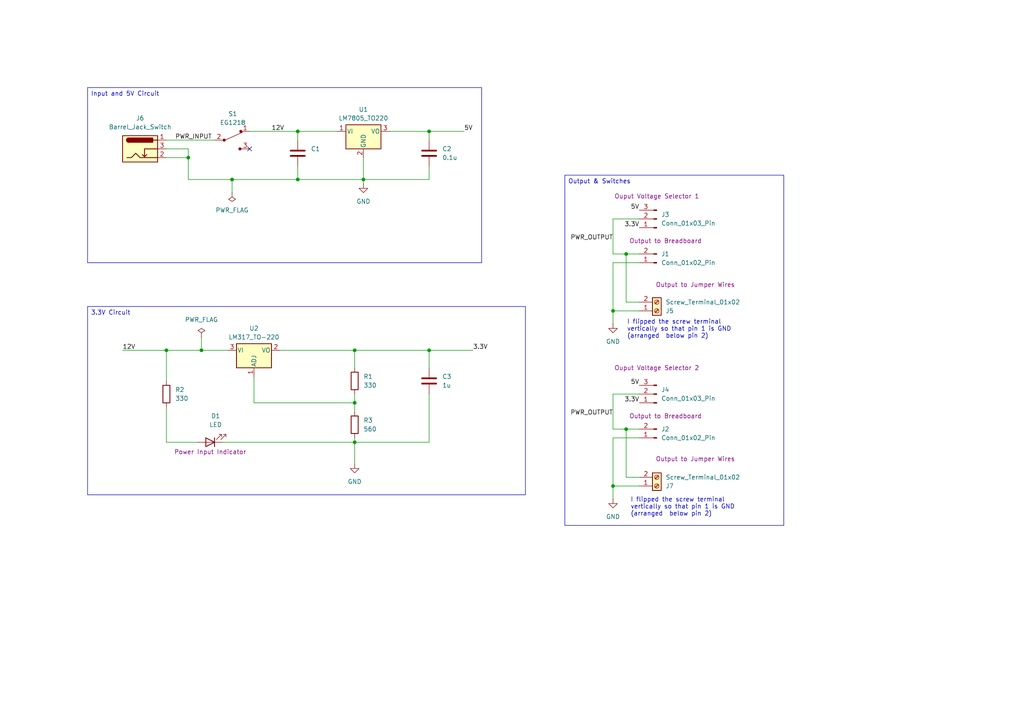
<source format=kicad_sch>
(kicad_sch (version 20250114) (generator "eeschema") (generator_version "9.0")
  (paper "A4")
  (title_block (title "Breadboard Power Supply") (date "2025-12-16") (rev "1") (company "HanzeeLabs"))
  (lib_symbols
    (symbol "Connector:Barrel_Jack_Switch" (pin_names (hide yes))
      (property "Reference" "J" (at 0 5.334 0))
      (property "Value" "Barrel_Jack_Switch" (at 0 -5.08 0))
      (symbol "Barrel_Jack_Switch_0_1"
        (rectangle (start -5.08 3.81) (end 5.08 -3.81) (stroke (width 0.254)) (fill (type background)))
        (polyline (pts (xy -3.81 -2.54) (xy -2.54 -2.54) (xy -1.27 -1.27) (xy 0 -2.54) (xy 2.54 -2.54) (xy 5.08 -2.54)) (stroke (width 0.254)))
        (arc (start -3.302 1.905) (mid -3.9343 2.54) (end -3.302 3.175) (stroke (width 0.254)))
        (arc (start -3.302 1.905) (mid -3.9343 2.54) (end -3.302 3.175) (stroke (width 0.254)) (fill (type outline)))
        (polyline (pts (xy 1.27 -2.286) (xy 1.905 -1.651)) (stroke (width 0.254)))
        (rectangle (start 3.683 3.175) (end -3.302 1.905) (stroke (width 0.254)) (fill (type outline)))
        (polyline (pts (xy 5.08 2.54) (xy 3.81 2.54)) (stroke (width 0.254)))
        (polyline (pts (xy 5.08 0) (xy 1.27 0) (xy 1.27 -2.286) (xy 0.635 -1.651)) (stroke (width 0.254)))
      )
      (symbol "Barrel_Jack_Switch_1_1"
        (pin passive line (at 7.62 2.54 180) (length 2.54) (name "~") (number "1"))
        (pin passive line (at 7.62 0 180) (length 2.54) (name "~") (number "3"))
        (pin passive line (at 7.62 -2.54 180) (length 2.54) (name "~") (number "2"))
      )
    )
    (symbol "Connector:Conn_01x02_Pin" (pin_names (offset 1.016) (hide yes))
      (property "Reference" "J" (at 0 2.54 0))
      (property "Value" "Conn_01x02_Pin" (at 0 -5.08 0))
      (symbol "Conn_01x02_Pin_1_1"
        (rectangle (start 0.8636 0.127) (end 0 -0.127) (stroke (width 0.1524)) (fill (type outline)))
        (rectangle (start 0.8636 -2.413) (end 0 -2.667) (stroke (width 0.1524)) (fill (type outline)))
        (polyline (pts (xy 1.27 0) (xy 0.8636 0)) (stroke (width 0.1524)))
        (polyline (pts (xy 1.27 -2.54) (xy 0.8636 -2.54)) (stroke (width 0.1524)))
        (pin passive line (at 5.08 0 180) (length 3.81) (name "Pin_1") (number "1"))
        (pin passive line (at 5.08 -2.54 180) (length 3.81) (name "Pin_2") (number "2"))
      )
    )
    (symbol "Connector:Conn_01x03_Pin" (pin_names (offset 1.016) (hide yes))
      (property "Reference" "J" (at 0 5.08 0))
      (property "Value" "Conn_01x03_Pin" (at 0 -5.08 0))
      (symbol "Conn_01x03_Pin_1_1"
        (rectangle (start 0.8636 2.667) (end 0 2.413) (stroke (width 0.1524)) (fill (type outline)))
        (rectangle (start 0.8636 0.127) (end 0 -0.127) (stroke (width 0.1524)) (fill (type outline)))
        (rectangle (start 0.8636 -2.413) (end 0 -2.667) (stroke (width 0.1524)) (fill (type outline)))
        (polyline (pts (xy 1.27 2.54) (xy 0.8636 2.54)) (stroke (width 0.1524)))
        (polyline (pts (xy 1.27 0) (xy 0.8636 0)) (stroke (width 0.1524)))
        (polyline (pts (xy 1.27 -2.54) (xy 0.8636 -2.54)) (stroke (width 0.1524)))
        (pin passive line (at 5.08 2.54 180) (length 3.81) (name "Pin_1") (number "1"))
        (pin passive line (at 5.08 0 180) (length 3.81) (name "Pin_2") (number "2"))
        (pin passive line (at 5.08 -2.54 180) (length 3.81) (name "Pin_3") (number "3"))
      )
    )
    (symbol "Connector:Screw_Terminal_01x02" (pin_names (offset 1.016) (hide yes))
      (property "Reference" "J" (at 0 2.54 0))
      (property "Value" "Screw_Terminal_01x02" (at 0 -5.08 0))
      (symbol "Screw_Terminal_01x02_1_1"
        (rectangle (start -1.27 1.27) (end 1.27 -3.81) (stroke (width 0.254)) (fill (type background)))
        (polyline (pts (xy -0.5334 0.3302) (xy 0.3302 -0.508)) (stroke (width 0.1524)))
        (polyline (pts (xy -0.5334 -2.2098) (xy 0.3302 -3.048)) (stroke (width 0.1524)))
        (polyline (pts (xy -0.3556 0.508) (xy 0.508 -0.3302)) (stroke (width 0.1524)))
        (polyline (pts (xy -0.3556 -2.032) (xy 0.508 -2.8702)) (stroke (width 0.1524)))
        (circle (center 0 0) (radius 0.635) (stroke (width 0.1524)))
        (circle (center 0 -2.54) (radius 0.635) (stroke (width 0.1524)))
        (pin passive line (at -5.08 0 0) (length 3.81) (name "Pin_1") (number "1"))
        (pin passive line (at -5.08 -2.54 0) (length 3.81) (name "Pin_2") (number "2"))
      )
    )
    (symbol "Device:C" (pin_numbers (hide yes)) (pin_names (offset 0.254))
      (property "Reference" "C" (at 0.635 2.54 0))
      (property "Value" "C" (at 0.635 -2.54 0))
      (symbol "C_0_1"
        (polyline (pts (xy -2.032 0.762) (xy 2.032 0.762)) (stroke (width 0.508)))
        (polyline (pts (xy -2.032 -0.762) (xy 2.032 -0.762)) (stroke (width 0.508)))
      )
      (symbol "C_1_1"
        (pin passive line (at 0 3.81 270) (length 2.794) (name "~") (number "1"))
        (pin passive line (at 0 -3.81 90) (length 2.794) (name "~") (number "2"))
      )
    )
    (symbol "Device:LED" (pin_numbers (hide yes)) (pin_names (offset 1.016) (hide yes))
      (property "Reference" "D" (at 0 2.54 0))
      (property "Value" "LED" (at 0 -2.54 0))
      (symbol "LED_0_1"
        (polyline (pts (xy -3.048 -0.762) (xy -4.572 -2.286) (xy -3.81 -2.286) (xy -4.572 -2.286) (xy -4.572 -1.524)))
        (polyline (pts (xy -1.778 -0.762) (xy -3.302 -2.286) (xy -2.54 -2.286) (xy -3.302 -2.286) (xy -3.302 -1.524)))
        (polyline (pts (xy -1.27 0) (xy 1.27 0)))
        (polyline (pts (xy -1.27 -1.27) (xy -1.27 1.27)) (stroke (width 0.254)))
        (polyline (pts (xy 1.27 -1.27) (xy 1.27 1.27) (xy -1.27 0) (xy 1.27 -1.27)) (stroke (width 0.254)))
      )
      (symbol "LED_1_1"
        (pin passive line (at -3.81 0 0) (length 2.54) (name "K") (number "1"))
        (pin passive line (at 3.81 0 180) (length 2.54) (name "A") (number "2"))
      )
    )
    (symbol "Device:R" (pin_numbers (hide yes)) (pin_names (offset 0))
      (property "Reference" "R" (at 2.032 0 90))
      (property "Value" "R" (at 0 0 90))
      (symbol "R_0_1"
        (rectangle (start -1.016 -2.54) (end 1.016 2.54) (stroke (width 0.254)))
      )
      (symbol "R_1_1"
        (pin passive line (at 0 3.81 270) (length 1.27) (name "~") (number "1"))
        (pin passive line (at 0 -3.81 90) (length 1.27) (name "~") (number "2"))
      )
    )
    (symbol "Regulator_Linear:LM317_TO-220" (pin_names (offset 0.254))
      (property "Reference" "U" (at -3.81 3.175 0))
      (property "Value" "LM317_TO-220" (at 0 3.175 0))
      (symbol "LM317_TO-220_0_1"
        (rectangle (start -5.08 1.905) (end 5.08 -5.08) (stroke (width 0.254)) (fill (type background)))
      )
      (symbol "LM317_TO-220_1_1"
        (pin power_in line (at -7.62 0 0) (length 2.54) (name "VI") (number "3"))
        (pin input line (at 0 -7.62 90) (length 2.54) (name "ADJ") (number "1"))
        (pin power_out line (at 7.62 0 180) (length 2.54) (name "VO") (number "2"))
      )
    )
    (symbol "Regulator_Linear:LM7805_TO220" (pin_names (offset 0.254))
      (property "Reference" "U" (at -3.81 3.175 0))
      (property "Value" "LM7805_TO220" (at 0 3.175 0))
      (symbol "LM7805_TO220_0_1"
        (rectangle (start -5.08 1.905) (end 5.08 -5.08) (stroke (width 0.254)) (fill (type background)))
      )
      (symbol "LM7805_TO220_1_1"
        (pin power_in line (at -7.62 0 0) (length 2.54) (name "VI") (number "1"))
        (pin power_in line (at 0 -7.62 90) (length 2.54) (name "GND") (number "2"))
        (pin power_out line (at 7.62 0 180) (length 2.54) (name "VO") (number "3"))
      )
    )
    (symbol "dk_Slide-Switches:EG1218" (pin_names (offset 0))
      (property "Reference" "S" (at -3.81 2.286 0))
      (property "Value" "EG1218" (at 0 -5.334 0))
      (symbol "EG1218_0_1"
        (circle (center -2.286 0) (radius 0.3556) (fill (type outline)))
        (polyline (pts (xy -2.032 0) (xy 3.048 2.286)))
        (circle (center 2.286 -2.54) (radius 0.3556) (fill (type outline)))
        (circle (center 2.54 2.54) (radius 0.3556) (fill (type outline)))
      )
      (symbol "EG1218_1_1"
        (pin passive line (at -5.08 0 0) (length 2.54) (name "~") (number "2"))
        (pin passive line (at 5.08 2.54 180) (length 2.54) (name "~") (number "1"))
        (pin passive line (at 5.08 -2.54 180) (length 2.54) (name "~") (number "3"))
      )
    )
    (symbol "power:GND" (power) (pin_numbers (hide yes)) (pin_names (offset 0) (hide yes))
      (property "Value" "GND" (at 0 -3.81 0))
      (symbol "GND_0_1"
        (polyline (pts (xy 0 0) (xy 0 -1.27) (xy 1.27 -1.27) (xy 0 -2.54) (xy -1.27 -1.27) (xy 0 -1.27)))
      )
      (symbol "GND_1_1"
        (pin power_in line (at 0 0 270) (length 0) (name "~") (number "1"))
      )
    )
    (symbol "power:PWR_FLAG" (power) (pin_numbers (hide yes)) (pin_names (offset 0) (hide yes))
      (property "Value" "PWR_FLAG" (at 0 3.81 0))
      (symbol "PWR_FLAG_0_0"
        (pin power_out line (at 0 0 90) (length 0) (name "~") (number "1"))
      )
      (symbol "PWR_FLAG_0_1"
        (polyline (pts (xy 0 0) (xy 0 1.27) (xy -1.016 1.905) (xy 0 2.54) (xy 1.016 1.905) (xy 0 1.27)))
      )
    )
  )
  (text "I flipped the screw terminal\nvertically so that pin 1 is GND\n(arranged  below pin 2)" (at 182.88 147.066 0) (effects (font (size 1.27 1.27)) (justify left)))
  (text "I flipped the screw terminal\nvertically so that pin 1 is GND\n(arranged  below pin 2)" (at 181.864 95.504 0) (effects (font (size 1.27 1.27)) (justify left)))
  (text_box "Input and 5V Circuit" (at 25.4 25.4 0) (size 114.3 50.8) (margins 0.9525 0.9525 0.9525 0.9525) (effects (font (size 1.27 1.27)) (justify left top)))
  (text_box "Output & Switches" (at 163.83 50.8 0) (size 63.5 101.6) (margins 0.9525 0.9525 0.9525 0.9525) (effects (font (size 1.27 1.27)) (justify left top)))
  (text_box "3.3V Circuit\n" (at 25.4 88.9 0) (size 127 54.61) (margins 0.9525 0.9525 0.9525 0.9525) (effects (font (size 1.27 1.27)) (justify left top)))
  (junction (at 124.46 101.6))
  (junction (at 181.61 124.46))
  (junction (at 102.87 116.84))
  (junction (at 67.31 52.07))
  (junction (at 48.26 101.6))
  (junction (at 58.42 101.6))
  (junction (at 54.61 45.72))
  (junction (at 105.41 52.07))
  (junction (at 86.36 38.1))
  (junction (at 102.87 101.6))
  (junction (at 86.36 52.07))
  (junction (at 177.8 140.97))
  (junction (at 181.61 73.66))
  (junction (at 124.46 38.1))
  (junction (at 102.87 128.27))
  (junction (at 177.8 90.17))
  (no_connect (at 72.39 43.18))
  (wire (pts (xy 102.87 101.6) (xy 124.46 101.6)))
  (wire (pts (xy 72.39 38.1) (xy 86.36 38.1)))
  (wire (pts (xy 124.46 40.64) (xy 124.46 38.1)))
  (wire (pts (xy 67.31 52.07) (xy 67.31 55.88)))
  (wire (pts (xy 54.61 52.07) (xy 67.31 52.07)))
  (wire (pts (xy 124.46 38.1) (xy 134.62 38.1)))
  (wire (pts (xy 105.41 52.07) (xy 124.46 52.07)))
  (wire (pts (xy 177.8 127) (xy 177.8 140.97)))
  (wire (pts (xy 185.42 127) (xy 177.8 127)))
  (wire (pts (xy 67.31 52.07) (xy 86.36 52.07)))
  (wire (pts (xy 177.8 76.2) (xy 177.8 90.17)))
  (wire (pts (xy 48.26 118.11) (xy 48.26 128.27)))
  (wire (pts (xy 177.8 140.97) (xy 177.8 144.78)))
  (wire (pts (xy 185.42 76.2) (xy 177.8 76.2)))
  (wire (pts (xy 181.61 124.46) (xy 185.42 124.46)))
  (wire (pts (xy 86.36 52.07) (xy 105.41 52.07)))
  (wire (pts (xy 185.42 114.3) (xy 177.8 114.3)))
  (wire (pts (xy 181.61 87.63) (xy 185.42 87.63)))
  (wire (pts (xy 185.42 138.43) (xy 181.61 138.43)))
  (wire (pts (xy 181.61 73.66) (xy 185.42 73.66)))
  (wire (pts (xy 86.36 38.1) (xy 97.79 38.1)))
  (wire (pts (xy 113.03 38.1) (xy 124.46 38.1)))
  (wire (pts (xy 181.61 138.43) (xy 181.61 124.46)))
  (wire (pts (xy 54.61 45.72) (xy 54.61 52.07)))
  (wire (pts (xy 73.66 116.84) (xy 102.87 116.84)))
  (wire (pts (xy 102.87 128.27) (xy 124.46 128.27)))
  (wire (pts (xy 54.61 43.18) (xy 54.61 45.72)))
  (wire (pts (xy 102.87 128.27) (xy 102.87 134.62)))
  (wire (pts (xy 102.87 128.27) (xy 102.87 127)))
  (wire (pts (xy 48.26 43.18) (xy 54.61 43.18)))
  (wire (pts (xy 48.26 101.6) (xy 58.42 101.6)))
  (wire (pts (xy 102.87 116.84) (xy 102.87 119.38)))
  (wire (pts (xy 48.26 40.64) (xy 62.23 40.64)))
  (wire (pts (xy 177.8 90.17) (xy 177.8 93.98)))
  (wire (pts (xy 177.8 114.3) (xy 177.8 124.46)))
  (wire (pts (xy 124.46 101.6) (xy 137.16 101.6)))
  (wire (pts (xy 181.61 73.66) (xy 181.61 87.63)))
  (wire (pts (xy 86.36 38.1) (xy 86.36 40.64)))
  (wire (pts (xy 48.26 45.72) (xy 54.61 45.72)))
  (wire (pts (xy 73.66 109.22) (xy 73.66 116.84)))
  (wire (pts (xy 185.42 90.17) (xy 177.8 90.17)))
  (wire (pts (xy 124.46 101.6) (xy 124.46 106.68)))
  (wire (pts (xy 177.8 63.5) (xy 177.8 73.66)))
  (wire (pts (xy 86.36 48.26) (xy 86.36 52.07)))
  (wire (pts (xy 48.26 128.27) (xy 57.15 128.27)))
  (wire (pts (xy 58.42 97.79) (xy 58.42 101.6)))
  (wire (pts (xy 102.87 101.6) (xy 102.87 106.68)))
  (wire (pts (xy 105.41 52.07) (xy 105.41 53.34)))
  (wire (pts (xy 81.28 101.6) (xy 102.87 101.6)))
  (wire (pts (xy 35.56 101.6) (xy 48.26 101.6)))
  (wire (pts (xy 102.87 114.3) (xy 102.87 116.84)))
  (wire (pts (xy 185.42 140.97) (xy 177.8 140.97)))
  (wire (pts (xy 64.77 128.27) (xy 102.87 128.27)))
  (wire (pts (xy 124.46 48.26) (xy 124.46 52.07)))
  (wire (pts (xy 105.41 45.72) (xy 105.41 52.07)))
  (wire (pts (xy 58.42 101.6) (xy 66.04 101.6)))
  (wire (pts (xy 177.8 73.66) (xy 181.61 73.66)))
  (wire (pts (xy 177.8 124.46) (xy 181.61 124.46)))
  (wire (pts (xy 124.46 128.27) (xy 124.46 114.3)))
  (wire (pts (xy 185.42 63.5) (xy 177.8 63.5)))
  (wire (pts (xy 48.26 101.6) (xy 48.26 110.49)))
  (label "PWR_OUTPUT" (at 177.8 69.85 180))
  (label "5V" (at 185.42 111.76 180))
  (label "PWR_INPUT" (at 50.8 40.64 0))
  (label "12V" (at 78.74 38.1 0))
  (label "12V" (at 35.56 101.6 0))
  (label "3.3V" (at 137.16 101.6 0))
  (label "PWR_OUTPUT" (at 177.8 120.65 180))
  (label "3.3V" (at 185.42 66.04 180))
  (label "5V" (at 185.42 60.96 180))
  (label "5V" (at 134.62 38.1 0))
  (label "3.3V" (at 185.42 116.84 180))
  (symbol (lib_id "power:GND") (at 105.41 53.34 0) (unit 1)
    (property "Reference" "#PWR01" (effects (hide yes)))
    (property "Value" "GND" (at 105.41 58.42 0))
    (property "Description" "Power symbol creates a global label with name \"GND\" , ground" (effects (hide yes)))
  )
  (symbol (lib_id "Device:C") (at 86.36 44.45 0) (unit 1)
    (property "Reference" "C1" (at 90.17 43.1799 0) (effects (justify left)))
    (property "Value" "10u" (effects (hide yes)))
    (property "Footprint" "Capacitor_THT:C_Disc_D3.0mm_W1.6mm_P2.50mm" (effects (hide yes)))
    (property "Description" "Unpolarized capacitor" (effects (hide yes)))
  )
  (symbol (lib_id "power:PWR_FLAG") (at 67.31 55.88 180) (unit 1)
    (property "Reference" "#FLG01" (effects (hide yes)))
    (property "Value" "PWR_FLAG" (at 67.31 60.96 0))
    (property "Description" "Special symbol for telling ERC where power comes from" (effects (hide yes)))
  )
  (symbol (lib_id "power:GND") (at 102.87 134.62 0) (unit 1)
    (property "Reference" "#PWR02" (effects (hide yes)))
    (property "Value" "GND" (at 102.87 139.7 0))
    (property "Description" "Power symbol creates a global label with name \"GND\" , ground" (effects (hide yes)))
  )
  (symbol (lib_id "Connector:Conn_01x02_Pin") (at 190.5 76.2 180) (unit 1)
    (property "Reference" "J1" (at 191.77 73.6599 0) (effects (justify right)))
    (property "Value" "Conn_01x02_Pin" (at 191.77 76.1999 0) (effects (justify right)))
    (property "Footprint" "Connector_PinHeader_2.54mm:PinHeader_1x02_P2.54mm_Vertical" (effects (hide yes)))
    (property "Description" "Generic connector, single row, 01x02, script generated" (effects (hide yes)))
    (property "Purpose" "Output to Breadboard" (at 193.04 69.85 0))
  )
  (symbol (lib_id "Device:C") (at 124.46 44.45 0) (unit 1)
    (property "Reference" "C2" (at 128.27 43.1799 0) (effects (justify left)))
    (property "Value" "0.1u" (at 128.27 45.7199 0) (effects (justify left)))
    (property "Footprint" "Capacitor_THT:C_Disc_D3.0mm_W1.6mm_P2.50mm" (effects (hide yes)))
    (property "Description" "Unpolarized capacitor" (effects (hide yes)))
  )
  (symbol (lib_id "Device:LED") (at 60.96 128.27 180) (unit 1)
    (property "Reference" "D1" (at 62.5475 120.65 0))
    (property "Value" "LED" (at 62.5475 123.19 0))
    (property "Footprint" "LED_THT:LED_D5.0mm" (effects (hide yes)))
    (property "Description" "Light emitting diode" (effects (hide yes)))
    (property "Sim.Pins" "1=K 2=A" (effects (hide yes)))
    (property "Purpose" "Power Input Indicator" (at 60.96 131.064 0))
  )
  (symbol (lib_id "Connector:Barrel_Jack_Switch") (at 40.64 43.18 0) (unit 1)
    (property "Reference" "J6" (at 40.64 34.29 0))
    (property "Value" "Barrel_Jack_Switch" (at 40.64 36.83 0))
    (property "Footprint" "Connector_BarrelJack:BarrelJack_Horizontal" (effects (hide yes)))
    (property "Description" "DC Barrel Jack with an internal switch" (effects (hide yes)))
  )
  (symbol (lib_id "power:PWR_FLAG") (at 58.42 97.79 0) (unit 1)
    (property "Reference" "#FLG02" (effects (hide yes)))
    (property "Value" "PWR_FLAG" (at 58.42 92.71 0))
    (property "Description" "Special symbol for telling ERC where power comes from" (effects (hide yes)))
  )
  (symbol (lib_id "Connector:Screw_Terminal_01x02") (at 190.5 90.17 0) (mirror x) (unit 1)
    (property "Reference" "J5" (at 193.04 90.1701 0) (effects (justify left)))
    (property "Value" "Screw_Terminal_01x02" (at 193.04 87.6301 0) (effects (justify left)))
    (property "Footprint" "TerminalBlock:TerminalBlock_Xinya_XY308-2.54-2P_1x02_P2.54mm_Horizontal" (effects (hide yes)))
    (property "Description" "Generic screw terminal, single row, 01x02, script generated (kicad-library-utils/schlib/autogen/connector/)" (effects (hide yes)))
    (property "Purpose" "Output to Jumper Wires" (at 201.676 82.55 0))
  )
  (symbol (lib_id "Connector:Conn_01x02_Pin") (at 190.5 127 180) (unit 1)
    (property "Reference" "J2" (at 191.77 124.4599 0) (effects (justify right)))
    (property "Value" "Conn_01x02_Pin" (at 191.77 126.9999 0) (effects (justify right)))
    (property "Footprint" "Connector_PinHeader_2.54mm:PinHeader_1x02_P2.54mm_Vertical" (effects (hide yes)))
    (property "Description" "Generic connector, single row, 01x02, script generated" (effects (hide yes)))
    (property "Purpose" "Output to Breadboard" (at 193.04 120.65 0))
  )
  (symbol (lib_id "Connector:Conn_01x03_Pin") (at 190.5 114.3 180) (unit 1)
    (property "Reference" "J4" (at 191.77 113.0299 0) (effects (justify right)))
    (property "Value" "Conn_01x03_Pin" (at 191.77 115.5699 0) (effects (justify right)))
    (property "Footprint" "Connector_PinHeader_2.54mm:PinHeader_1x03_P2.54mm_Vertical" (effects (hide yes)))
    (property "Description" "Generic connector, single row, 01x03, script generated" (effects (hide yes)))
    (property "Purpose" "Ouput Voltage Selector 2" (at 190.5 106.68 0))
  )
  (symbol (lib_id "Device:R") (at 102.87 123.19 180) (unit 1)
    (property "Reference" "R3" (at 105.41 121.9199 0) (effects (justify right)))
    (property "Value" "560" (at 105.41 124.4599 0) (effects (justify right)))
    (property "Footprint" "Resistor_THT:R_Axial_DIN0204_L3.6mm_D1.6mm_P7.62mm_Horizontal" (effects (hide yes)))
    (property "Description" "Resistor" (effects (hide yes)))
  )
  (symbol (lib_id "Regulator_Linear:LM317_TO-220") (at 73.66 101.6 0) (unit 1)
    (property "Reference" "U2" (at 73.66 95.25 0))
    (property "Value" "LM317_TO-220" (at 73.66 97.79 0))
    (property "Footprint" "Package_TO_SOT_THT:TO-220-3_Vertical" (effects (hide yes)))
    (property "Datasheet" "http://www.ti.com/lit/ds/symlink/lm317.pdf" (effects (hide yes)))
    (property "Description" "1.5A 35V Adjustable Linear Regulator, TO-220" (effects (hide yes)))
  )
  (symbol (lib_id "Connector:Conn_01x03_Pin") (at 190.5 63.5 180) (unit 1)
    (property "Reference" "J3" (at 191.77 62.2299 0) (effects (justify right)))
    (property "Value" "Conn_01x03_Pin" (at 191.77 64.7699 0) (effects (justify right)))
    (property "Footprint" "Connector_PinHeader_2.54mm:PinHeader_1x03_P2.54mm_Vertical" (effects (hide yes)))
    (property "Description" "Generic connector, single row, 01x03, script generated" (effects (hide yes)))
    (property "Purpose" "Ouput Voltage Selector 1" (at 190.5 56.896 0))
  )
  (symbol (lib_id "Device:R") (at 48.26 114.3 180) (unit 1)
    (property "Reference" "R2" (at 50.8 113.0299 0) (effects (justify right)))
    (property "Value" "330" (at 50.8 115.5699 0) (effects (justify right)))
    (property "Footprint" "Resistor_THT:R_Axial_DIN0204_L3.6mm_D1.6mm_P7.62mm_Horizontal" (effects (hide yes)))
    (property "Description" "Resistor" (effects (hide yes)))
  )
  (symbol (lib_id "Device:C") (at 124.46 110.49 0) (unit 1)
    (property "Reference" "C3" (at 128.27 109.2199 0) (effects (justify left)))
    (property "Value" "1u" (at 128.27 111.7599 0) (effects (justify left)))
    (property "Footprint" "Capacitor_THT:C_Disc_D3.0mm_W1.6mm_P2.50mm" (effects (hide yes)))
    (property "Description" "Unpolarized capacitor" (effects (hide yes)))
  )
  (symbol (lib_id "power:GND") (at 177.8 144.78 0) (unit 1)
    (property "Reference" "#PWR03" (effects (hide yes)))
    (property "Value" "GND" (at 177.8 149.86 0))
    (property "Description" "Power symbol creates a global label with name \"GND\" , ground" (effects (hide yes)))
  )
  (symbol (lib_id "Device:R") (at 102.87 110.49 180) (unit 1)
    (property "Reference" "R1" (at 105.41 109.2199 0) (effects (justify right)))
    (property "Value" "330" (at 105.41 111.7599 0) (effects (justify right)))
    (property "Footprint" "Resistor_THT:R_Axial_DIN0204_L3.6mm_D1.6mm_P7.62mm_Horizontal" (effects (hide yes)))
    (property "Description" "Resistor" (effects (hide yes)))
  )
  (symbol (lib_id "dk_Slide-Switches:EG1218") (at 67.31 40.64 0) (unit 1)
    (property "Reference" "S1" (at 67.5132 33.02 0))
    (property "Value" "EG1218" (at 67.5132 35.56 0))
    (property "Footprint" "digikey-footprints:Switch_Slide_11.6x4mm_EG1218" (effects (hide yes)))
    (property "Datasheet" "http://spec_sheets.e-switch.com/specs/P040040.pdf" (effects (hide yes)))
    (property "Description" "SWITCH SLIDE SPDT 200MA 30V" (effects (hide yes)))
    (property "Digi-Key_PN" "EG1903-ND" (effects (hide yes)))
    (property "MPN" "EG1218" (effects (hide yes)))
    (property "Category" "Switches" (effects (hide yes)))
    (property "Family" "Slide Switches" (effects (hide yes)))
    (property "DK_Datasheet_Link" "http://spec_sheets.e-switch.com/specs/P040040.pdf" (effects (hide yes)))
    (property "DK_Detail_Page" "/product-detail/en/e-switch/EG1218/EG1903-ND/101726" (effects (hide yes)))
    (property "Description_1" "SWITCH SLIDE SPDT 200MA 30V" (effects (hide yes)))
    (property "Manufacturer" "E-Switch" (effects (hide yes)))
    (property "Status" "Active" (effects (hide yes)))
  )
  (symbol (lib_id "power:GND") (at 177.8 93.98 0) (unit 1)
    (property "Reference" "#PWR04" (effects (hide yes)))
    (property "Value" "GND" (at 177.8 99.06 0))
    (property "Description" "Power symbol creates a global label with name \"GND\" , ground" (effects (hide yes)))
  )
  (symbol (lib_id "Regulator_Linear:LM7805_TO220") (at 105.41 38.1 0) (unit 1)
    (property "Reference" "U1" (at 105.41 31.75 0))
    (property "Value" "LM7805_TO220" (at 105.41 34.29 0))
    (property "Footprint" "Package_TO_SOT_THT:TO-220-3_Vertical" (effects (hide yes)))
    (property "Datasheet" "https://www.onsemi.cn/PowerSolutions/document/MC7800-D.PDF" (effects (hide yes)))
    (property "Description" "Positive 1A 35V Linear Regulator, Fixed Output 5V, TO-220" (effects (hide yes)))
  )
  (symbol (lib_id "Connector:Screw_Terminal_01x02") (at 190.5 140.97 0) (mirror x) (unit 1)
    (property "Reference" "J7" (at 193.04 140.9701 0) (effects (justify left)))
    (property "Value" "Screw_Terminal_01x02" (at 193.04 138.4301 0) (effects (justify left)))
    (property "Footprint" "TerminalBlock:TerminalBlock_Xinya_XY308-2.54-2P_1x02_P2.54mm_Horizontal" (effects (hide yes)))
    (property "Description" "Generic screw terminal, single row, 01x02, script generated (kicad-library-utils/schlib/autogen/connector/)" (effects (hide yes)))
    (property "Purpose" "Output to Jumper Wires" (at 201.676 133.096 0))
  )
)
</source>
